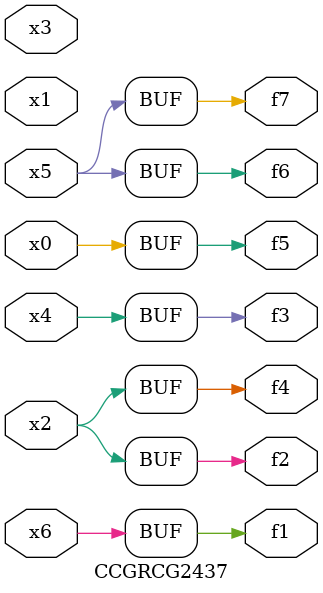
<source format=v>
module CCGRCG2437(
	input x0, x1, x2, x3, x4, x5, x6,
	output f1, f2, f3, f4, f5, f6, f7
);
	assign f1 = x6;
	assign f2 = x2;
	assign f3 = x4;
	assign f4 = x2;
	assign f5 = x0;
	assign f6 = x5;
	assign f7 = x5;
endmodule

</source>
